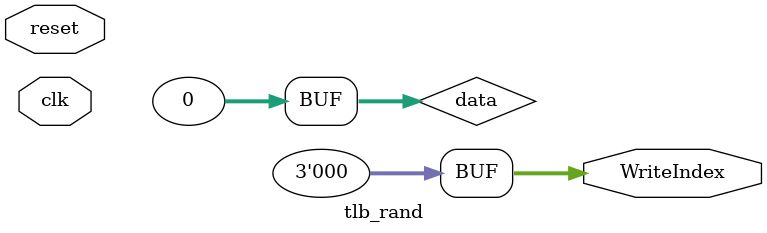
<source format=sv>

module tlb_rand #(parameter ENTRY_BITS = 3) (
  input                   clk, reset,
  output [ENTRY_BITS-1:0] WriteIndex
);

  logic [31:0] data;
  assign data = 32'b0;
  assign WriteIndex = data[ENTRY_BITS-1:0];
  
endmodule

</source>
